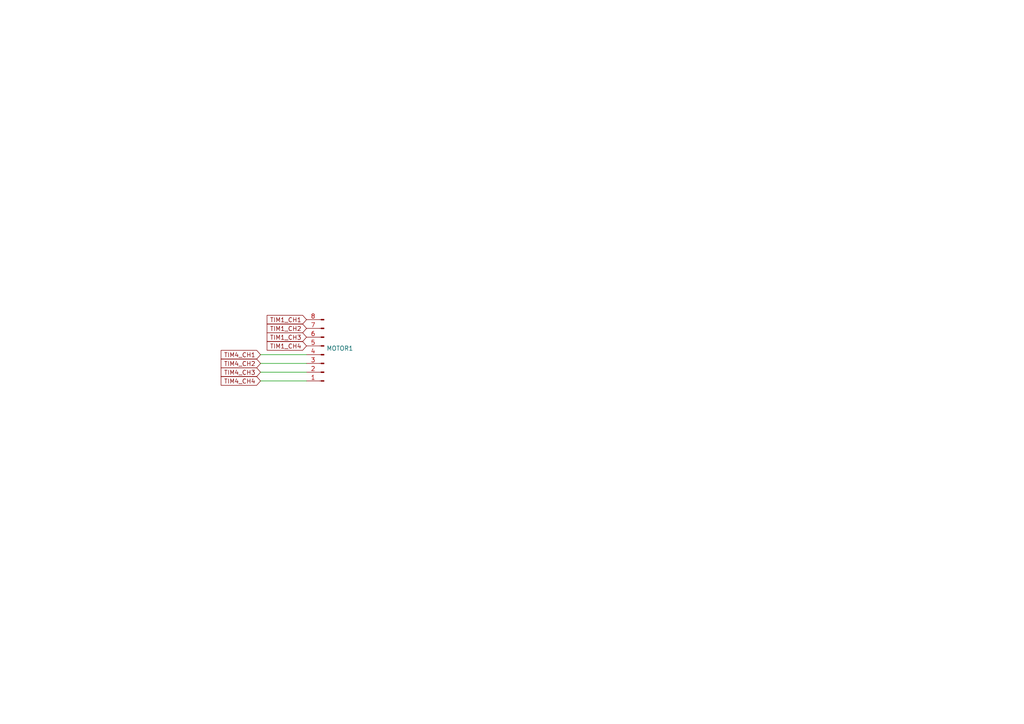
<source format=kicad_sch>
(kicad_sch (version 20230121) (generator eeschema)

  (uuid bd47a4ce-6efc-43fc-86aa-c46298978645)

  (paper "A4")

  (lib_symbols
    (symbol "Connector:Conn_01x08_Male" (pin_names (offset 1.016) hide) (in_bom yes) (on_board yes)
      (property "Reference" "J" (at 0 10.16 0)
        (effects (font (size 1.27 1.27)))
      )
      (property "Value" "Conn_01x08_Male" (at 0 -12.7 0)
        (effects (font (size 1.27 1.27)))
      )
      (property "Footprint" "" (at 0 0 0)
        (effects (font (size 1.27 1.27)) hide)
      )
      (property "Datasheet" "~" (at 0 0 0)
        (effects (font (size 1.27 1.27)) hide)
      )
      (property "ki_keywords" "connector" (at 0 0 0)
        (effects (font (size 1.27 1.27)) hide)
      )
      (property "ki_description" "Generic connector, single row, 01x08, script generated (kicad-library-utils/schlib/autogen/connector/)" (at 0 0 0)
        (effects (font (size 1.27 1.27)) hide)
      )
      (property "ki_fp_filters" "Connector*:*_1x??_*" (at 0 0 0)
        (effects (font (size 1.27 1.27)) hide)
      )
      (symbol "Conn_01x08_Male_1_1"
        (polyline
          (pts
            (xy 1.27 -10.16)
            (xy 0.8636 -10.16)
          )
          (stroke (width 0.1524) (type default))
          (fill (type none))
        )
        (polyline
          (pts
            (xy 1.27 -7.62)
            (xy 0.8636 -7.62)
          )
          (stroke (width 0.1524) (type default))
          (fill (type none))
        )
        (polyline
          (pts
            (xy 1.27 -5.08)
            (xy 0.8636 -5.08)
          )
          (stroke (width 0.1524) (type default))
          (fill (type none))
        )
        (polyline
          (pts
            (xy 1.27 -2.54)
            (xy 0.8636 -2.54)
          )
          (stroke (width 0.1524) (type default))
          (fill (type none))
        )
        (polyline
          (pts
            (xy 1.27 0)
            (xy 0.8636 0)
          )
          (stroke (width 0.1524) (type default))
          (fill (type none))
        )
        (polyline
          (pts
            (xy 1.27 2.54)
            (xy 0.8636 2.54)
          )
          (stroke (width 0.1524) (type default))
          (fill (type none))
        )
        (polyline
          (pts
            (xy 1.27 5.08)
            (xy 0.8636 5.08)
          )
          (stroke (width 0.1524) (type default))
          (fill (type none))
        )
        (polyline
          (pts
            (xy 1.27 7.62)
            (xy 0.8636 7.62)
          )
          (stroke (width 0.1524) (type default))
          (fill (type none))
        )
        (rectangle (start 0.8636 -10.033) (end 0 -10.287)
          (stroke (width 0.1524) (type default))
          (fill (type outline))
        )
        (rectangle (start 0.8636 -7.493) (end 0 -7.747)
          (stroke (width 0.1524) (type default))
          (fill (type outline))
        )
        (rectangle (start 0.8636 -4.953) (end 0 -5.207)
          (stroke (width 0.1524) (type default))
          (fill (type outline))
        )
        (rectangle (start 0.8636 -2.413) (end 0 -2.667)
          (stroke (width 0.1524) (type default))
          (fill (type outline))
        )
        (rectangle (start 0.8636 0.127) (end 0 -0.127)
          (stroke (width 0.1524) (type default))
          (fill (type outline))
        )
        (rectangle (start 0.8636 2.667) (end 0 2.413)
          (stroke (width 0.1524) (type default))
          (fill (type outline))
        )
        (rectangle (start 0.8636 5.207) (end 0 4.953)
          (stroke (width 0.1524) (type default))
          (fill (type outline))
        )
        (rectangle (start 0.8636 7.747) (end 0 7.493)
          (stroke (width 0.1524) (type default))
          (fill (type outline))
        )
        (pin passive line (at 5.08 7.62 180) (length 3.81)
          (name "Pin_1" (effects (font (size 1.27 1.27))))
          (number "1" (effects (font (size 1.27 1.27))))
        )
        (pin passive line (at 5.08 5.08 180) (length 3.81)
          (name "Pin_2" (effects (font (size 1.27 1.27))))
          (number "2" (effects (font (size 1.27 1.27))))
        )
        (pin passive line (at 5.08 2.54 180) (length 3.81)
          (name "Pin_3" (effects (font (size 1.27 1.27))))
          (number "3" (effects (font (size 1.27 1.27))))
        )
        (pin passive line (at 5.08 0 180) (length 3.81)
          (name "Pin_4" (effects (font (size 1.27 1.27))))
          (number "4" (effects (font (size 1.27 1.27))))
        )
        (pin passive line (at 5.08 -2.54 180) (length 3.81)
          (name "Pin_5" (effects (font (size 1.27 1.27))))
          (number "5" (effects (font (size 1.27 1.27))))
        )
        (pin passive line (at 5.08 -5.08 180) (length 3.81)
          (name "Pin_6" (effects (font (size 1.27 1.27))))
          (number "6" (effects (font (size 1.27 1.27))))
        )
        (pin passive line (at 5.08 -7.62 180) (length 3.81)
          (name "Pin_7" (effects (font (size 1.27 1.27))))
          (number "7" (effects (font (size 1.27 1.27))))
        )
        (pin passive line (at 5.08 -10.16 180) (length 3.81)
          (name "Pin_8" (effects (font (size 1.27 1.27))))
          (number "8" (effects (font (size 1.27 1.27))))
        )
      )
    )
  )


  (wire (pts (xy 75.565 110.49) (xy 88.9 110.49))
    (stroke (width 0) (type default))
    (uuid 250e74cc-d32b-4d70-8f3a-732f840d6e02)
  )
  (wire (pts (xy 75.565 105.41) (xy 88.9 105.41))
    (stroke (width 0) (type default))
    (uuid 521a99d0-c2e0-4862-85f1-8d9c6a857c6a)
  )
  (wire (pts (xy 75.565 107.95) (xy 88.9 107.95))
    (stroke (width 0) (type default))
    (uuid 65c5728b-c632-472d-bc65-e63f976b80fe)
  )
  (wire (pts (xy 75.565 102.87) (xy 88.9 102.87))
    (stroke (width 0) (type default))
    (uuid ddad4d10-328d-47bd-bcb3-4f1b0e040fe6)
  )

  (global_label "TIM4_CH1" (shape input) (at 75.565 102.87 180) (fields_autoplaced)
    (effects (font (size 1.27 1.27)) (justify right))
    (uuid 03aaee23-0490-43ac-9e08-37a980acbc89)
    (property "Intersheetrefs" "${INTERSHEET_REFS}" (at 64.2231 102.87 0)
      (effects (font (size 1.27 1.27)) (justify right) hide)
    )
  )
  (global_label "TIM4_CH3" (shape input) (at 75.565 107.95 180) (fields_autoplaced)
    (effects (font (size 1.27 1.27)) (justify right))
    (uuid 20adf929-0eb7-49cd-85d5-e4e2d394b1e3)
    (property "Intersheetrefs" "${INTERSHEET_REFS}" (at 64.2231 107.95 0)
      (effects (font (size 1.27 1.27)) (justify right) hide)
    )
  )
  (global_label "TIM1_CH4" (shape input) (at 88.9 100.33 180) (fields_autoplaced)
    (effects (font (size 1.27 1.27)) (justify right))
    (uuid 98022231-ce19-4683-8d1e-a32411ec9b48)
    (property "Intersheetrefs" "${INTERSHEET_REFS}" (at 77.5581 100.33 0)
      (effects (font (size 1.27 1.27)) (justify right) hide)
    )
  )
  (global_label "TIM4_CH4" (shape input) (at 75.565 110.49 180) (fields_autoplaced)
    (effects (font (size 1.27 1.27)) (justify right))
    (uuid b9dba347-ebd9-4182-8732-6eea421bbe7a)
    (property "Intersheetrefs" "${INTERSHEET_REFS}" (at 64.2231 110.49 0)
      (effects (font (size 1.27 1.27)) (justify right) hide)
    )
  )
  (global_label "TIM1_CH1" (shape input) (at 88.9 92.71 180) (fields_autoplaced)
    (effects (font (size 1.27 1.27)) (justify right))
    (uuid d4546fef-5ff3-4023-9fa7-a7cb99fd86b7)
    (property "Intersheetrefs" "${INTERSHEET_REFS}" (at 77.5581 92.71 0)
      (effects (font (size 1.27 1.27)) (justify right) hide)
    )
  )
  (global_label "TIM1_CH2" (shape input) (at 88.9 95.25 180) (fields_autoplaced)
    (effects (font (size 1.27 1.27)) (justify right))
    (uuid d55e3830-eec8-4adc-b53e-5066a859cfaf)
    (property "Intersheetrefs" "${INTERSHEET_REFS}" (at 77.5581 95.25 0)
      (effects (font (size 1.27 1.27)) (justify right) hide)
    )
  )
  (global_label "TIM4_CH2" (shape input) (at 75.565 105.41 180) (fields_autoplaced)
    (effects (font (size 1.27 1.27)) (justify right))
    (uuid f9101579-64fb-428d-b046-eed0f9dde059)
    (property "Intersheetrefs" "${INTERSHEET_REFS}" (at 64.2231 105.41 0)
      (effects (font (size 1.27 1.27)) (justify right) hide)
    )
  )
  (global_label "TIM1_CH3" (shape input) (at 88.9 97.79 180) (fields_autoplaced)
    (effects (font (size 1.27 1.27)) (justify right))
    (uuid fbf86f0b-f7b3-49c4-826f-dd311d049e09)
    (property "Intersheetrefs" "${INTERSHEET_REFS}" (at 77.5581 97.79 0)
      (effects (font (size 1.27 1.27)) (justify right) hide)
    )
  )

  (symbol (lib_id "Connector:Conn_01x08_Male") (at 93.98 102.87 180) (unit 1)
    (in_bom yes) (on_board yes) (dnp no)
    (uuid 00000000-0000-0000-0000-00005f55d58e)
    (property "Reference" "MOTOR1" (at 94.6912 101.0412 0)
      (effects (font (size 1.27 1.27)) (justify right))
    )
    (property "Value" "Conn_01x08_Male" (at 94.6912 102.1842 0)
      (effects (font (size 1.27 1.27)) (justify right) hide)
    )
    (property "Footprint" "pad_connector:PinHeader_1x08_P2.00mm_Vertical" (at 93.98 102.87 0)
      (effects (font (size 1.27 1.27)) hide)
    )
    (property "Datasheet" "~" (at 93.98 102.87 0)
      (effects (font (size 1.27 1.27)) hide)
    )
    (pin "1" (uuid dc28e004-ab70-495c-8ece-6bc8a07a0736))
    (pin "2" (uuid c8e11b61-3ca3-4f68-afb4-1422a3033473))
    (pin "3" (uuid 046e97b5-6684-45ca-bf2d-f883869456ef))
    (pin "4" (uuid e4c529a3-4811-44a0-ad48-49e838d6c9e5))
    (pin "5" (uuid b6c09568-ba2e-4797-9dc0-ebe1e3db2f57))
    (pin "6" (uuid 384e4a93-43a1-4e7a-bde8-5d8cd40b049d))
    (pin "7" (uuid 7033baa6-38b1-4d37-b2eb-54907b253acb))
    (pin "8" (uuid d29047ce-9122-4392-b8b7-d4bac8afd5f2))
    (instances
      (project "Pixracer_clone"
        (path "/167b39f0-685c-4f71-95e2-28f9b2e37320/00000000-0000-0000-0000-00005f5517e4"
          (reference "MOTOR1") (unit 1)
        )
      )
    )
  )
)

</source>
